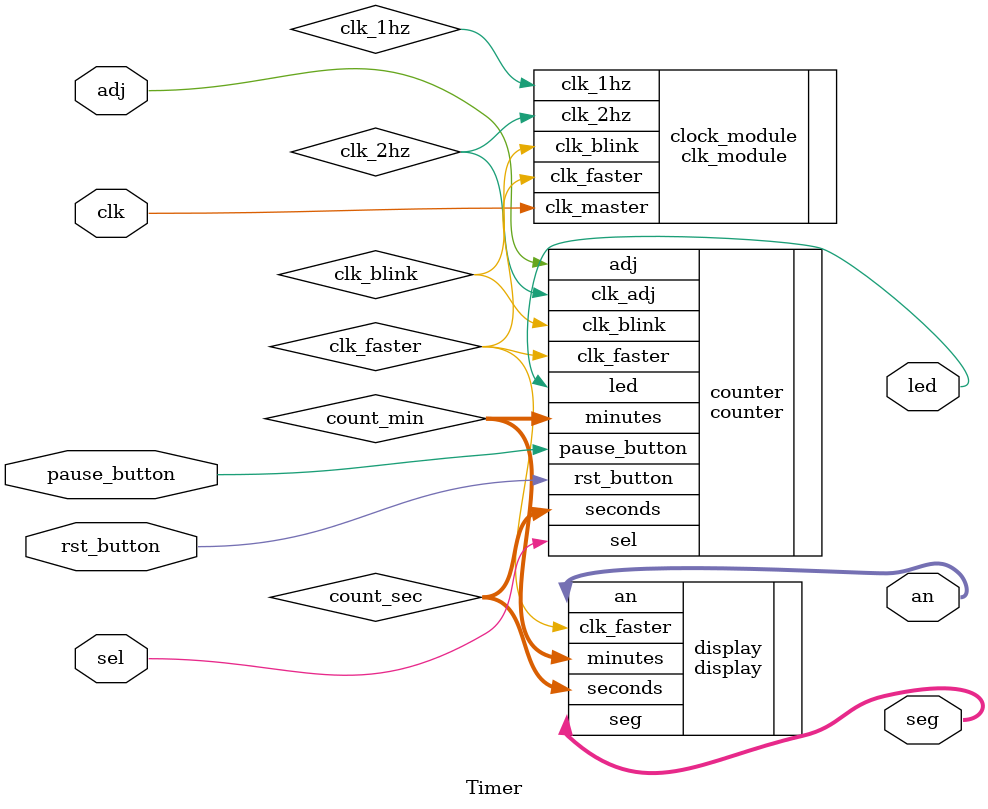
<source format=v>
`timescale 1ns / 1ps
module Timer(
    input clk,
    input adj,
    input sel,
    input rst_button,
    input pause_button,
    output wire led,
    output wire [7:0] seg,
    output wire [3:0] an
    );
    
    wire clk_2hz;
    wire clk_1hz;
    wire clk_faster;
    wire clk_blink;
    wire [5:0] count_min;
    wire [5:0] count_sec;
    
    clk_module clock_module(
        .clk_master(clk),
        .clk_2hz(clk_2hz),
        .clk_1hz(clk_1hz),
        .clk_faster(clk_faster),
        .clk_blink(clk_blink)
    );
    
    counter counter(
        .clk_adj(clk_2hz),
        .clk_faster(clk_faster),
        .clk_blink(clk_blink),
        .adj(adj),
        .sel(sel),
        .rst_button(rst_button),
        .pause_button(pause_button),
        .led(led),
		.minutes(count_min), 
		.seconds(count_sec)
    );
    
    display display(
        .clk_faster(clk_faster),
        .minutes(count_min),
        .seconds(count_sec),
        .seg(seg),
        .an(an)
    );

endmodule

</source>
